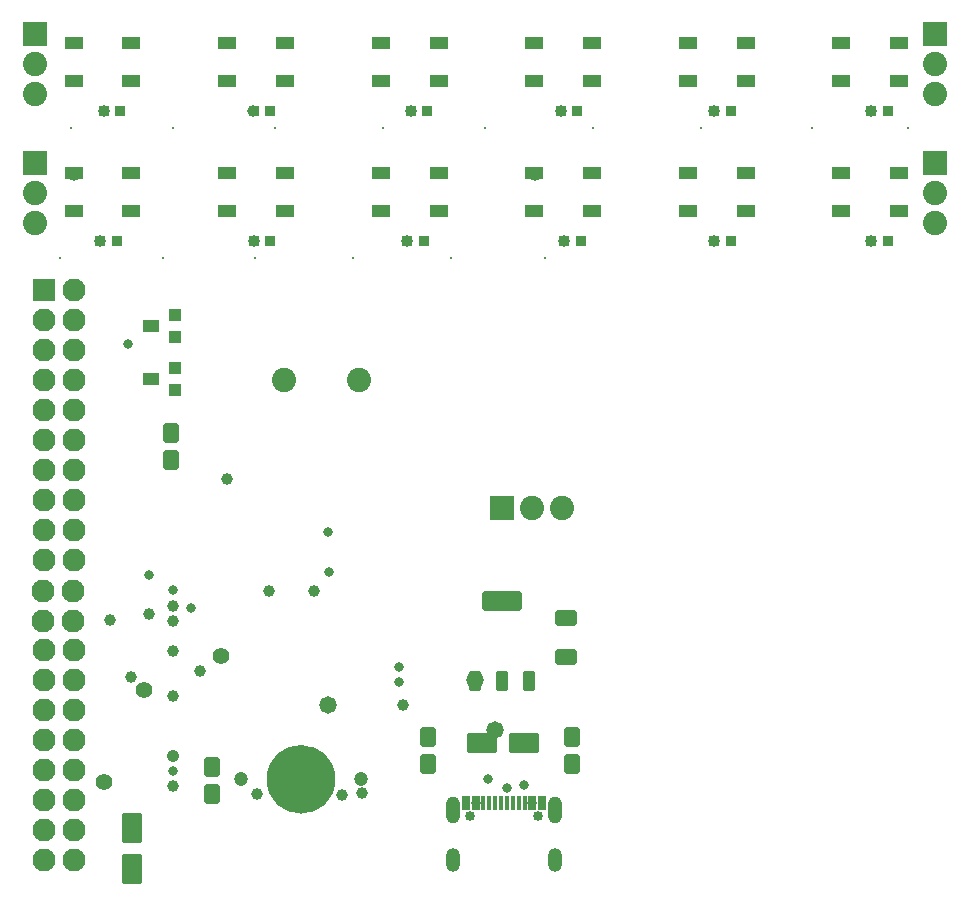
<source format=gbr>
%TF.GenerationSoftware,Altium Limited,Altium Designer,24.0.1 (36)*%
G04 Layer_Color=8388736*
%FSLAX45Y45*%
%MOMM*%
%TF.SameCoordinates,4F873DDA-DFB5-4AF5-B95A-0F2F78DC07CA*%
%TF.FilePolarity,Negative*%
%TF.FileFunction,Soldermask,Top*%
%TF.Part,Single*%
G01*
G75*
%TA.AperFunction,NonConductor*%
%ADD53C,0.30000*%
%TA.AperFunction,SMDPad,CuDef*%
%ADD54C,1.20320*%
G04:AMPARAMS|DCode=55|XSize=1.624mm|YSize=1.37mm|CornerRadius=0.14525mm|HoleSize=0mm|Usage=FLASHONLY|Rotation=270.000|XOffset=0mm|YOffset=0mm|HoleType=Round|Shape=RoundedRectangle|*
%AMROUNDEDRECTD55*
21,1,1.62400,1.07950,0,0,270.0*
21,1,1.33350,1.37000,0,0,270.0*
1,1,0.29050,-0.53975,-0.66675*
1,1,0.29050,-0.53975,0.66675*
1,1,0.29050,0.53975,0.66675*
1,1,0.29050,0.53975,-0.66675*
%
%ADD55ROUNDEDRECTD55*%
%ADD56R,1.47320X1.11760*%
%ADD57R,1.11760X1.11760*%
G04:AMPARAMS|DCode=58|XSize=0.862mm|YSize=0.862mm|CornerRadius=0.0881mm|HoleSize=0mm|Usage=FLASHONLY|Rotation=0.000|XOffset=0mm|YOffset=0mm|HoleType=Round|Shape=RoundedRectangle|*
%AMROUNDEDRECTD58*
21,1,0.86200,0.68580,0,0,0.0*
21,1,0.68580,0.86200,0,0,0.0*
1,1,0.17620,0.34290,-0.34290*
1,1,0.17620,-0.34290,-0.34290*
1,1,0.17620,-0.34290,0.34290*
1,1,0.17620,0.34290,0.34290*
%
%ADD58ROUNDEDRECTD58*%
G04:AMPARAMS|DCode=59|XSize=1.1mm|YSize=1.6mm|CornerRadius=0.125mm|HoleSize=0mm|Usage=FLASHONLY|Rotation=90.000|XOffset=0mm|YOffset=0mm|HoleType=Round|Shape=RoundedRectangle|*
%AMROUNDEDRECTD59*
21,1,1.10000,1.35000,0,0,90.0*
21,1,0.85000,1.60000,0,0,90.0*
1,1,0.25000,0.67500,0.42500*
1,1,0.25000,0.67500,-0.42500*
1,1,0.25000,-0.67500,-0.42500*
1,1,0.25000,-0.67500,0.42500*
%
%ADD59ROUNDEDRECTD59*%
%TA.AperFunction,ConnectorPad*%
%ADD60R,0.40000X1.25000*%
%ADD61R,0.70000X1.25000*%
%TA.AperFunction,SMDPad,CuDef*%
G04:AMPARAMS|DCode=62|XSize=1.3432mm|YSize=1.8332mm|CornerRadius=0.2441mm|HoleSize=0mm|Usage=FLASHONLY|Rotation=90.000|XOffset=0mm|YOffset=0mm|HoleType=Round|Shape=RoundedRectangle|*
%AMROUNDEDRECTD62*
21,1,1.34320,1.34500,0,0,90.0*
21,1,0.85500,1.83320,0,0,90.0*
1,1,0.48820,0.67250,0.42750*
1,1,0.48820,0.67250,-0.42750*
1,1,0.48820,-0.67250,-0.42750*
1,1,0.48820,-0.67250,0.42750*
%
%ADD62ROUNDEDRECTD62*%
G04:AMPARAMS|DCode=63|XSize=1.70429mm|YSize=3.36213mm|CornerRadius=0.17032mm|HoleSize=0mm|Usage=FLASHONLY|Rotation=90.000|XOffset=0mm|YOffset=0mm|HoleType=Round|Shape=RoundedRectangle|*
%AMROUNDEDRECTD63*
21,1,1.70429,3.02149,0,0,90.0*
21,1,1.36365,3.36213,0,0,90.0*
1,1,0.34064,1.51074,0.68182*
1,1,0.34064,1.51074,-0.68182*
1,1,0.34064,-1.51074,-0.68182*
1,1,0.34064,-1.51074,0.68182*
%
%ADD63ROUNDEDRECTD63*%
G04:AMPARAMS|DCode=64|XSize=1.70429mm|YSize=1.05213mm|CornerRadius=0.12141mm|HoleSize=0mm|Usage=FLASHONLY|Rotation=90.000|XOffset=0mm|YOffset=0mm|HoleType=Round|Shape=RoundedRectangle|*
%AMROUNDEDRECTD64*
21,1,1.70429,0.80931,0,0,90.0*
21,1,1.46148,1.05213,0,0,90.0*
1,1,0.24282,0.40466,0.73074*
1,1,0.24282,0.40466,-0.73074*
1,1,0.24282,-0.40466,-0.73074*
1,1,0.24282,-0.40466,0.73074*
%
%ADD64ROUNDEDRECTD64*%
G04:AMPARAMS|DCode=65|XSize=2.6mm|YSize=1.7mm|CornerRadius=0.17mm|HoleSize=0mm|Usage=FLASHONLY|Rotation=270.000|XOffset=0mm|YOffset=0mm|HoleType=Round|Shape=RoundedRectangle|*
%AMROUNDEDRECTD65*
21,1,2.60000,1.36000,0,0,270.0*
21,1,2.26000,1.70000,0,0,270.0*
1,1,0.34000,-0.68000,-1.13000*
1,1,0.34000,-0.68000,1.13000*
1,1,0.34000,0.68000,1.13000*
1,1,0.34000,0.68000,-1.13000*
%
%ADD65ROUNDEDRECTD65*%
G04:AMPARAMS|DCode=66|XSize=2.6mm|YSize=1.7mm|CornerRadius=0.17mm|HoleSize=0mm|Usage=FLASHONLY|Rotation=180.000|XOffset=0mm|YOffset=0mm|HoleType=Round|Shape=RoundedRectangle|*
%AMROUNDEDRECTD66*
21,1,2.60000,1.36000,0,0,180.0*
21,1,2.26000,1.70000,0,0,180.0*
1,1,0.34000,-1.13000,0.68000*
1,1,0.34000,1.13000,0.68000*
1,1,0.34000,1.13000,-0.68000*
1,1,0.34000,-1.13000,-0.68000*
%
%ADD66ROUNDEDRECTD66*%
%TA.AperFunction,ComponentPad*%
%ADD67R,2.05320X2.05320*%
%ADD68C,2.05320*%
%TA.AperFunction,WasherPad*%
%ADD69C,0.20320*%
%TA.AperFunction,ComponentPad*%
%ADD70R,2.05320X2.05320*%
%ADD71C,1.95321*%
%ADD72R,1.95321X1.95321*%
%ADD73C,0.85320*%
%ADD74O,1.20320X2.30320*%
%ADD75O,1.20320X2.00320*%
%TA.AperFunction,ViaPad*%
%ADD76C,1.00320*%
%ADD77C,1.47320*%
%ADD78C,0.80320*%
%ADD79C,1.40320*%
%ADD80C,1.05320*%
G36*
X2521440Y678380D02*
X2513820Y670760D01*
X2328400Y678380D01*
X2181080Y807920D01*
Y828240D01*
X2178540D01*
X2156434Y850346D01*
Y996634D01*
X2176000Y1016200D01*
X2173460Y1018740D01*
Y1064460D01*
X2247120Y1138120D01*
Y1153360D01*
X2264900D01*
X2304817Y1193277D01*
X2360697D01*
X2381740Y1214320D01*
X2485880D01*
X2506200Y1194000D01*
X2531600D01*
X2536680Y1199080D01*
X2564620Y1171140D01*
X2584940D01*
X2658600Y1097480D01*
Y1077160D01*
X2704320Y1031440D01*
Y940754D01*
X2701780Y938214D01*
Y856180D01*
X2661140Y815540D01*
Y777440D01*
X2577320Y693620D01*
X2546840D01*
X2521440Y668220D01*
X2493500D01*
X2521440Y678380D01*
D02*
G37*
D53*
X2703566Y940000D02*
G03*
X2703566Y940000I-273566J0D01*
G01*
D54*
X1922000D02*
D03*
X2938000D02*
D03*
D55*
X1330000Y3640000D02*
D03*
Y3868600D02*
D03*
X1680000Y811400D02*
D03*
Y1040000D02*
D03*
X3505200Y1295400D02*
D03*
Y1066800D02*
D03*
X4724400Y1295400D02*
D03*
Y1066800D02*
D03*
D56*
X1160000Y4330000D02*
D03*
Y4780000D02*
D03*
D57*
X1363200Y4423980D02*
D03*
Y4233480D02*
D03*
Y4873980D02*
D03*
Y4683480D02*
D03*
D58*
X730150Y5500000D02*
D03*
X2030150D02*
D03*
X3330150D02*
D03*
X4660300Y5500000D02*
D03*
X5930150D02*
D03*
X7260300D02*
D03*
X900000Y6600000D02*
D03*
X760300D02*
D03*
X2169850Y6600000D02*
D03*
X2030150D02*
D03*
X3500000Y6600000D02*
D03*
X3360300D02*
D03*
X4769850Y6600000D02*
D03*
X4630150D02*
D03*
X6069850D02*
D03*
X5930150D02*
D03*
X7400000Y6600000D02*
D03*
X7260300D02*
D03*
X869850Y5500000D02*
D03*
X2169850D02*
D03*
X3469850D02*
D03*
X4800000Y5500000D02*
D03*
X6069850D02*
D03*
X7400000D02*
D03*
D59*
X7005000Y6070000D02*
D03*
X5705000D02*
D03*
X4405000D02*
D03*
X3105000D02*
D03*
X1805000D02*
D03*
X505000D02*
D03*
X7495000D02*
D03*
X7005000Y5750000D02*
D03*
X7495000D02*
D03*
X505000Y7170000D02*
D03*
X995000D02*
D03*
X505000Y6850000D02*
D03*
X995000D02*
D03*
X1805000Y7170000D02*
D03*
X2295000D02*
D03*
X1805000Y6850000D02*
D03*
X2295000D02*
D03*
X3105000Y7170000D02*
D03*
X3595000D02*
D03*
X3105000Y6850000D02*
D03*
X3595000D02*
D03*
X4405000Y7170000D02*
D03*
X4895000D02*
D03*
X4405000Y6850000D02*
D03*
X4895000D02*
D03*
X5705000Y7170000D02*
D03*
X6195000D02*
D03*
X5705000Y6850000D02*
D03*
X6195000D02*
D03*
X7005000Y7170000D02*
D03*
X7495000D02*
D03*
X7005000Y6850000D02*
D03*
X7495000D02*
D03*
X995000Y6070000D02*
D03*
X505000Y5750000D02*
D03*
X995000D02*
D03*
X2295000Y6070000D02*
D03*
X1805000Y5750000D02*
D03*
X2295000D02*
D03*
X3595000Y6070000D02*
D03*
X3105000Y5750000D02*
D03*
X3595000D02*
D03*
X4895000Y6070000D02*
D03*
X4405000Y5750000D02*
D03*
X4895000D02*
D03*
X6195000Y6070000D02*
D03*
X5705000Y5750000D02*
D03*
X6195000D02*
D03*
D60*
X3975000Y735500D02*
D03*
X4025000D02*
D03*
X4075000D02*
D03*
X4325000D02*
D03*
X4275000D02*
D03*
X4225000D02*
D03*
X4125000D02*
D03*
X4175000D02*
D03*
D61*
X4390000D02*
D03*
X3910000D02*
D03*
X4470000D02*
D03*
X3830000D02*
D03*
D62*
X4670000Y1976000D02*
D03*
Y2304000D02*
D03*
D63*
X4130000Y2449500D02*
D03*
D64*
X4359000Y1770500D02*
D03*
X4130000D02*
D03*
X3901000D02*
D03*
D65*
X1000000Y530000D02*
D03*
Y180000D02*
D03*
D66*
X4315000Y1250000D02*
D03*
X3965000D02*
D03*
D67*
X4136000Y3240000D02*
D03*
D68*
X4390000D02*
D03*
X4644000D02*
D03*
X2282500Y4320000D02*
D03*
X2917500D02*
D03*
X180000Y6746000D02*
D03*
Y7000000D02*
D03*
X7800000Y6746000D02*
D03*
Y7000000D02*
D03*
X180000Y5646000D02*
D03*
Y5900000D02*
D03*
X7800000Y5646000D02*
D03*
Y5900000D02*
D03*
D69*
X4500000Y5350000D02*
D03*
X3700000D02*
D03*
X2870000D02*
D03*
X2040000D02*
D03*
X1260000D02*
D03*
X390000D02*
D03*
X7569200Y6451600D02*
D03*
X6756400D02*
D03*
X5816600D02*
D03*
X4902200D02*
D03*
X3987800D02*
D03*
X3124200D02*
D03*
X2209800D02*
D03*
X1346200D02*
D03*
X482600D02*
D03*
D70*
X7800000Y6154000D02*
D03*
X180000D02*
D03*
Y7254000D02*
D03*
X7800000D02*
D03*
D71*
X506000Y2794000D02*
D03*
X252000D02*
D03*
X506000Y3048000D02*
D03*
X252000D02*
D03*
X506000Y3302000D02*
D03*
X252000D02*
D03*
X506000Y3556000D02*
D03*
X252000D02*
D03*
X506000Y3810000D02*
D03*
X252000D02*
D03*
X506000Y4064000D02*
D03*
X252000D02*
D03*
X506000Y4318000D02*
D03*
X252000D02*
D03*
X506000Y4572000D02*
D03*
X252000D02*
D03*
X506000Y4826000D02*
D03*
X252000D02*
D03*
X506000Y5080000D02*
D03*
X242840Y2537415D02*
D03*
X496840D02*
D03*
X242840Y2283415D02*
D03*
X496840D02*
D03*
X252000Y2032000D02*
D03*
X506000D02*
D03*
X252000Y1778000D02*
D03*
X506000D02*
D03*
X252000Y1524000D02*
D03*
X506000D02*
D03*
X252000Y1270000D02*
D03*
X506000D02*
D03*
X252000Y1016000D02*
D03*
X506000D02*
D03*
X252000Y762000D02*
D03*
X506000D02*
D03*
X252000Y508000D02*
D03*
X506000D02*
D03*
X252000Y254000D02*
D03*
X506000D02*
D03*
D72*
X252000Y5080000D02*
D03*
D73*
X3861000Y628000D02*
D03*
X4439000D02*
D03*
D74*
X4582000Y678000D02*
D03*
X3718000D02*
D03*
D75*
X4582000Y260000D02*
D03*
X3718000D02*
D03*
D76*
X730150Y5500000D02*
D03*
X510000Y6060000D02*
D03*
X2030150Y5500000D02*
D03*
X1810000Y6070000D02*
D03*
X3330000Y5500000D02*
D03*
X3100000Y6070000D02*
D03*
X4660300Y5500000D02*
D03*
X4410000Y6060000D02*
D03*
X5930150Y5500000D02*
D03*
X5710000Y6070000D02*
D03*
X7260300Y5500000D02*
D03*
X7010000Y6070000D02*
D03*
X7260300Y6600000D02*
D03*
X7010000Y7170000D02*
D03*
X5930000Y6600000D02*
D03*
X5710000Y7170000D02*
D03*
X4630150Y6600000D02*
D03*
X4400000Y7170000D02*
D03*
X3360300Y6600000D02*
D03*
X3110000Y7170000D02*
D03*
X1805000Y7170000D02*
D03*
X2020000Y6600000D02*
D03*
X505000Y7170000D02*
D03*
X760300Y6600000D02*
D03*
X2950000Y820000D02*
D03*
X2780000Y810000D02*
D03*
X3290000Y1570000D02*
D03*
X2057400Y812800D02*
D03*
X990600Y1803400D02*
D03*
X1574800Y1854200D02*
D03*
X1160000Y4330000D02*
D03*
X1363200Y4873980D02*
D03*
X1345000Y885000D02*
D03*
Y2409000D02*
D03*
Y2282000D02*
D03*
X1143000Y2336800D02*
D03*
X812800Y2286000D02*
D03*
X1803400Y3479800D02*
D03*
X2156500Y2534000D02*
D03*
X2537500D02*
D03*
X1345000Y2028000D02*
D03*
Y1647000D02*
D03*
D77*
X1000000Y155000D02*
D03*
X3901000Y1777536D02*
D03*
X4070000Y1360000D02*
D03*
X2660000Y1570000D02*
D03*
D78*
X3260000Y1760000D02*
D03*
Y1890000D02*
D03*
X1143000Y2667000D02*
D03*
X1346200Y2540000D02*
D03*
X1498600Y2387600D02*
D03*
X965200Y4622800D02*
D03*
X2660000Y3031400D02*
D03*
X2667000Y2692400D02*
D03*
X1345000Y1012000D02*
D03*
X4013200Y939800D02*
D03*
X4724400Y1066800D02*
D03*
X4315000Y889000D02*
D03*
X4390000Y735500D02*
D03*
X3910000Y736600D02*
D03*
X4170700Y863600D02*
D03*
D79*
X1100000Y1700000D02*
D03*
X1752600Y1981200D02*
D03*
X762000Y914400D02*
D03*
D80*
X1345000Y1139000D02*
D03*
%TF.MD5,ba8802de4077f8cc686e9401249087d4*%
M02*

</source>
